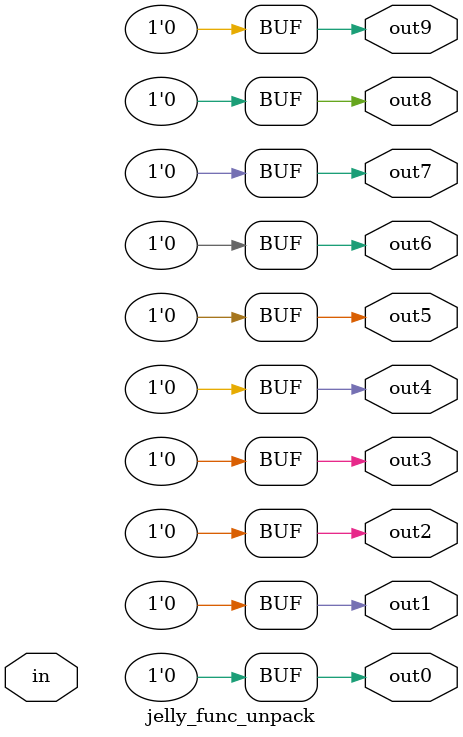
<source format=v>
module jelly_func_unpack(	// file.cleaned.mlir:2:3
  input  in,	// file.cleaned.mlir:2:35
  output out0,	// file.cleaned.mlir:2:49
         out1,	// file.cleaned.mlir:2:64
         out2,	// file.cleaned.mlir:2:79
         out3,	// file.cleaned.mlir:2:94
         out4,	// file.cleaned.mlir:2:109
         out5,	// file.cleaned.mlir:2:124
         out6,	// file.cleaned.mlir:2:139
         out7,	// file.cleaned.mlir:2:154
         out8,	// file.cleaned.mlir:2:169
         out9	// file.cleaned.mlir:2:184
);

  assign out0 = 1'h0;	// file.cleaned.mlir:3:14, :4:5
  assign out1 = 1'h0;	// file.cleaned.mlir:3:14, :4:5
  assign out2 = 1'h0;	// file.cleaned.mlir:3:14, :4:5
  assign out3 = 1'h0;	// file.cleaned.mlir:3:14, :4:5
  assign out4 = 1'h0;	// file.cleaned.mlir:3:14, :4:5
  assign out5 = 1'h0;	// file.cleaned.mlir:3:14, :4:5
  assign out6 = 1'h0;	// file.cleaned.mlir:3:14, :4:5
  assign out7 = 1'h0;	// file.cleaned.mlir:3:14, :4:5
  assign out8 = 1'h0;	// file.cleaned.mlir:3:14, :4:5
  assign out9 = 1'h0;	// file.cleaned.mlir:3:14, :4:5
endmodule


</source>
